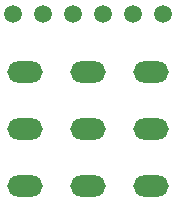
<source format=gbr>
%TF.GenerationSoftware,KiCad,Pcbnew,(5.1.6)-1*%
%TF.CreationDate,2021-08-15T21:21:47-04:00*%
%TF.ProjectId,3pdt-true-bypass,33706474-2d74-4727-9565-2d6279706173,rev?*%
%TF.SameCoordinates,Original*%
%TF.FileFunction,Copper,L2,Bot*%
%TF.FilePolarity,Positive*%
%FSLAX46Y46*%
G04 Gerber Fmt 4.6, Leading zero omitted, Abs format (unit mm)*
G04 Created by KiCad (PCBNEW (5.1.6)-1) date 2021-08-15 21:21:47*
%MOMM*%
%LPD*%
G01*
G04 APERTURE LIST*
%TA.AperFunction,ComponentPad*%
%ADD10O,3.000000X1.800000*%
%TD*%
%TA.AperFunction,ComponentPad*%
%ADD11C,1.500000*%
%TD*%
G04 APERTURE END LIST*
D10*
%TO.P,SW1,4*%
%TO.N,Net-(J1-Pad4)*%
X152300001Y-85040001D03*
%TO.P,SW1,5*%
%TO.N,Net-(J1-Pad3)*%
X152300001Y-89840001D03*
%TO.P,SW1,6*%
%TO.N,Net-(J1-Pad2)*%
X152300001Y-94640001D03*
%TO.P,SW1,1*%
X147000001Y-85040001D03*
%TO.P,SW1,2*%
%TO.N,Net-(J1-Pad1)*%
X147000001Y-89840001D03*
%TO.P,SW1,3*%
%TO.N,Net-(SW1-Pad3)*%
X147000001Y-94640001D03*
%TO.P,SW1,7*%
%TO.N,Net-(J1-Pad5)*%
X157600001Y-85040001D03*
%TO.P,SW1,8*%
%TO.N,Net-(J1-Pad6)*%
X157600001Y-89840001D03*
%TO.P,SW1,9*%
%TO.N,Net-(SW1-Pad3)*%
X157600001Y-94640001D03*
%TD*%
D11*
%TO.P,J1,1*%
%TO.N,Net-(J1-Pad1)*%
X145950001Y-80090001D03*
%TO.P,J1,2*%
%TO.N,Net-(J1-Pad2)*%
X148490001Y-80090001D03*
%TO.P,J1,3*%
%TO.N,Net-(J1-Pad3)*%
X151030001Y-80090001D03*
%TO.P,J1,4*%
%TO.N,Net-(J1-Pad4)*%
X153570001Y-80090001D03*
%TO.P,J1,5*%
%TO.N,Net-(J1-Pad5)*%
X156110001Y-80090001D03*
%TO.P,J1,6*%
%TO.N,Net-(J1-Pad6)*%
X158650001Y-80090001D03*
%TD*%
M02*

</source>
